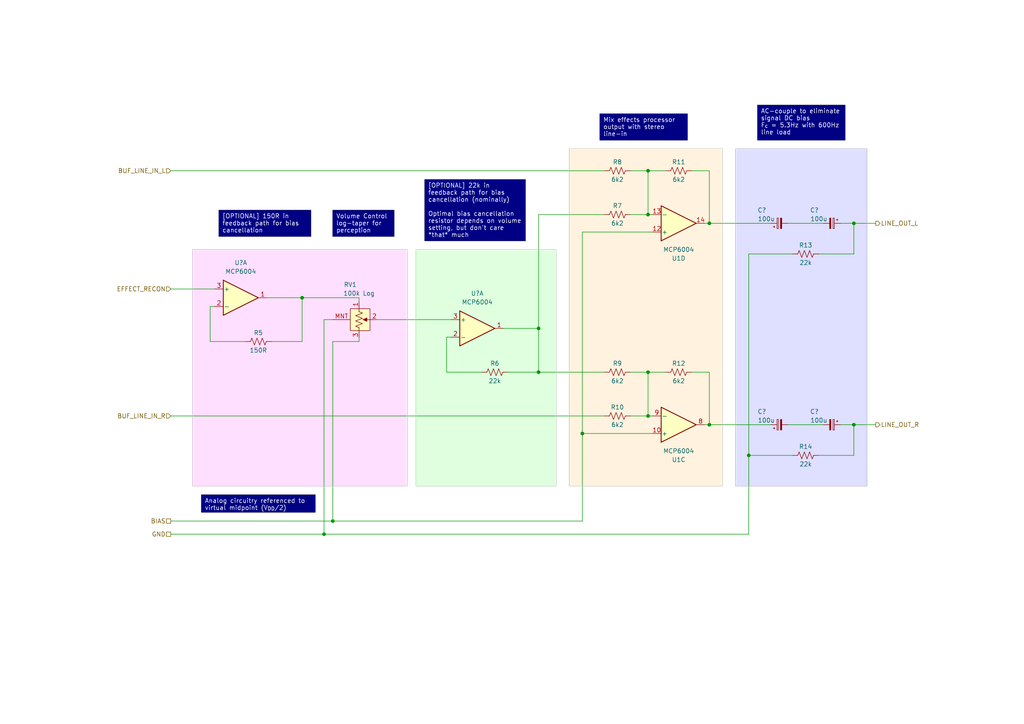
<source format=kicad_sch>
(kicad_sch (version 20230121) (generator eeschema)
  (paper "A4")
  (title_block (title "Digital Audio Effects Processor") (date "2023-11-26") (rev "A") (company "Ishaan Govindarajan"))
  (lib_symbols
    (symbol "Custom-AnalogIC:MCP6004" (pin_names (offset 0.127))
      (property "Reference" "U" (at 0 5.08 0))
      (property "Value" "MCP6004" (at 0 -5.08 0))
      (symbol "MCP6004_1_1"
        (polyline (pts (xy -5.08 5.08) (xy 5.08 0) (xy -5.08 -5.08) (xy -5.08 5.08)) (stroke (width 0.254)) (fill (type background)))
        (pin output line (at 7.62 0 180) (length 2.54) (name "~") (number "1"))
        (pin input line (at -7.62 -2.54 0) (length 2.54) (name "-") (number "2"))
        (pin input line (at -7.62 2.54 0) (length 2.54) (name "+") (number "3"))
      )
      (symbol "MCP6004_2_1"
        (polyline (pts (xy -5.08 5.08) (xy 5.08 0) (xy -5.08 -5.08) (xy -5.08 5.08)) (stroke (width 0.254)) (fill (type background)))
        (pin input line (at -7.62 2.54 0) (length 2.54) (name "+") (number "5"))
        (pin input line (at -7.62 -2.54 0) (length 2.54) (name "-") (number "6"))
        (pin output line (at 7.62 0 180) (length 2.54) (name "~") (number "7"))
      )
      (symbol "MCP6004_3_1"
        (polyline (pts (xy -5.08 5.08) (xy 5.08 0) (xy -5.08 -5.08) (xy -5.08 5.08)) (stroke (width 0.254)) (fill (type background)))
        (pin input line (at -7.62 2.54 0) (length 2.54) (name "+") (number "10"))
        (pin output line (at 7.62 0 180) (length 2.54) (name "~") (number "8"))
        (pin input line (at -7.62 -2.54 0) (length 2.54) (name "-") (number "9"))
      )
      (symbol "MCP6004_4_1"
        (polyline (pts (xy -5.08 5.08) (xy 5.08 0) (xy -5.08 -5.08) (xy -5.08 5.08)) (stroke (width 0.254)) (fill (type background)))
        (pin input line (at -7.62 2.54 0) (length 2.54) (name "+") (number "12"))
        (pin input line (at -7.62 -2.54 0) (length 2.54) (name "-") (number "13"))
        (pin output line (at 7.62 0 180) (length 2.54) (name "~") (number "14"))
      )
      (symbol "MCP6004_5_1"
        (pin power_in line (at -2.54 -7.62 90) (length 3.81) (name "V-") (number "11"))
        (pin power_in line (at -2.54 7.62 270) (length 3.81) (name "V+") (number "4"))
      )
    )
    (symbol "Custom-CapacitorTHT:860020473008" (pin_numbers hide) (pin_names (offset 0.254) hide)
      (property "Reference" "C?" (at 0.254 1.778 0))
      (property "Value" "100u" (at 0.254 -2.032 0))
      (symbol "860020473008_0_1"
        (rectangle (start -1.524 -0.3048) (end 1.524 -0.6858) (fill (type outline)))
        (rectangle (start -1.524 0.6858) (end 1.524 0.3048))
        (polyline (pts (xy -1.27 1.524) (xy -0.762 1.524)))
        (polyline (pts (xy -1.016 1.27) (xy -1.016 1.778)))
      )
      (symbol "860020473008_1_1"
        (pin passive line (at 0 2.54 270) (length 1.8542) (name "~") (number "1"))
        (pin passive line (at 0 -2.54 90) (length 1.8542) (name "~") (number "2"))
      )
    )
    (symbol "Custom-Electromechanical:PTV09A" (pin_names (offset 1.016) hide)
      (property "Reference" "RV" (at 5.08 -2.54 0))
      (property "Value" "100k Log" (at 8.89 3.81 0))
      (symbol "PTV09A_0_1"
        (polyline (pts (xy 0 -2.286) (xy 0 -2.54)))
        (polyline (pts (xy 0 2.54) (xy 0 2.286)))
        (polyline (pts (xy 2.54 0) (xy 1.524 0)))
        (polyline (pts (xy 2.54 0) (xy 3.81 0)))
        (polyline (pts (xy 1.143 0) (xy 2.286 0.508) (xy 2.286 -0.508) (xy 1.143 0)) (fill (type outline)))
        (polyline (pts (xy 0 -0.762) (xy 1.016 -1.143) (xy 0 -1.524) (xy -1.016 -1.905) (xy 0 -2.286)))
        (polyline (pts (xy 0 0.762) (xy 1.016 0.381) (xy 0 0) (xy -1.016 -0.381) (xy 0 -0.762)))
        (polyline (pts (xy 0 2.286) (xy 1.016 1.905) (xy 0 1.524) (xy -1.016 1.143) (xy 0 0.762)))
      )
      (symbol "PTV09A_1_1"
        (rectangle (start -2.54 3.175) (end 3.175 -3.175) (fill (type background)))
        (polyline (pts (xy 0 -2.54) (xy 0 -3.81)))
        (polyline (pts (xy 0 3.81) (xy 0 2.54)))
        (pin passive line (at 0 5.08 270) (length 1.27) (name "1") (number "1"))
        (pin passive line (at 5.08 0 180) (length 1.27) (name "2") (number "2"))
        (pin passive line (at 0 -5.08 90) (length 1.27) (name "3") (number "3"))
        (pin passive line (at -7.62 0 0) (length 5.08) (name "MNT") (number "MNT"))
      )
    )
    (symbol "Custom-ResistorTHT:MFR-25FRF52-150R" (pin_numbers hide) (pin_names (offset 0))
      (property "Reference" "R" (at 2.54 0 90))
      (property "Value" "150R" (at -2.54 0 90))
      (symbol "MFR-25FRF52-150R_0_1"
        (polyline (pts (xy 0 -2.286) (xy 0 -2.54)))
        (polyline (pts (xy 0 2.286) (xy 0 2.54)))
        (polyline (pts (xy 0 -0.762) (xy 1.016 -1.143) (xy 0 -1.524) (xy -1.016 -1.905) (xy 0 -2.286)))
        (polyline (pts (xy 0 0.762) (xy 1.016 0.381) (xy 0 0) (xy -1.016 -0.381) (xy 0 -0.762)))
        (polyline (pts (xy 0 2.286) (xy 1.016 1.905) (xy 0 1.524) (xy -1.016 1.143) (xy 0 0.762)))
      )
      (symbol "MFR-25FRF52-150R_1_1"
        (pin passive line (at 0 3.81 270) (length 1.27) (name "~") (number "1"))
        (pin passive line (at 0 -3.81 90) (length 1.27) (name "~") (number "2"))
      )
    )
    (symbol "Custom-ResistorTHT:MFR-25FRF52-22K" (pin_numbers hide) (pin_names (offset 0))
      (property "Reference" "R" (at 2.54 0 90))
      (property "Value" "22k" (at -2.54 0 90))
      (symbol "MFR-25FRF52-22K_0_1"
        (polyline (pts (xy 0 -2.286) (xy 0 -2.54)))
        (polyline (pts (xy 0 2.286) (xy 0 2.54)))
        (polyline (pts (xy 0 -0.762) (xy 1.016 -1.143) (xy 0 -1.524) (xy -1.016 -1.905) (xy 0 -2.286)))
        (polyline (pts (xy 0 0.762) (xy 1.016 0.381) (xy 0 0) (xy -1.016 -0.381) (xy 0 -0.762)))
        (polyline (pts (xy 0 2.286) (xy 1.016 1.905) (xy 0 1.524) (xy -1.016 1.143) (xy 0 0.762)))
      )
      (symbol "MFR-25FRF52-22K_1_1"
        (pin passive line (at 0 3.81 270) (length 1.27) (name "~") (number "1"))
        (pin passive line (at 0 -3.81 90) (length 1.27) (name "~") (number "2"))
      )
    )
    (symbol "Custom-ResistorTHT:MFR-25FRF52-6K2" (pin_numbers hide) (pin_names (offset 0))
      (property "Reference" "R" (at 2.54 0 90))
      (property "Value" "6k2" (at -2.54 0 90))
      (symbol "MFR-25FRF52-6K2_0_1"
        (polyline (pts (xy 0 -2.286) (xy 0 -2.54)))
        (polyline (pts (xy 0 2.286) (xy 0 2.54)))
        (polyline (pts (xy 0 -0.762) (xy 1.016 -1.143) (xy 0 -1.524) (xy -1.016 -1.905) (xy 0 -2.286)))
        (polyline (pts (xy 0 0.762) (xy 1.016 0.381) (xy 0 0) (xy -1.016 -0.381) (xy 0 -0.762)))
        (polyline (pts (xy 0 2.286) (xy 1.016 1.905) (xy 0 1.524) (xy -1.016 1.143) (xy 0 0.762)))
      )
      (symbol "MFR-25FRF52-6K2_1_1"
        (pin passive line (at 0 3.81 270) (length 1.27) (name "~") (number "1"))
        (pin passive line (at 0 -3.81 90) (length 1.27) (name "~") (number "2"))
      )
    )
  )
  (junction (at 93.98 154.94))
  (junction (at 217.17 132.08))
  (junction (at 168.91 125.73))
  (junction (at 205.74 64.77))
  (junction (at 247.65 123.19))
  (junction (at 187.96 107.95))
  (junction (at 87.63 86.36))
  (junction (at 187.96 120.65))
  (junction (at 187.96 62.23))
  (junction (at 96.52 151.13))
  (junction (at 156.21 107.95))
  (junction (at 156.21 95.25))
  (junction (at 205.74 123.19))
  (junction (at 247.65 64.77))
  (junction (at 187.96 49.53))
  (wire (pts (xy 104.14 99.06) (xy 104.14 97.79)))
  (wire (pts (xy 182.88 120.65) (xy 187.96 120.65)))
  (wire (pts (xy 187.96 107.95) (xy 193.04 107.95)))
  (wire (pts (xy 168.91 151.13) (xy 168.91 125.73)))
  (wire (pts (xy 217.17 132.08) (xy 217.17 154.94)))
  (wire (pts (xy 247.65 132.08) (xy 247.65 123.19)))
  (wire (pts (xy 205.74 64.77) (xy 223.52 64.77)))
  (wire (pts (xy 129.54 107.95) (xy 139.7 107.95)))
  (wire (pts (xy 243.84 123.19) (xy 247.65 123.19)))
  (wire (pts (xy 182.88 62.23) (xy 187.96 62.23)))
  (wire (pts (xy 217.17 132.08) (xy 229.87 132.08)))
  (wire (pts (xy 205.74 49.53) (xy 205.74 64.77)))
  (wire (pts (xy 129.54 97.79) (xy 129.54 107.95)))
  (wire (pts (xy 187.96 62.23) (xy 187.96 49.53)))
  (wire (pts (xy 146.05 95.25) (xy 156.21 95.25)))
  (wire (pts (xy 49.53 83.82) (xy 62.23 83.82)))
  (wire (pts (xy 187.96 62.23) (xy 189.23 62.23)))
  (wire (pts (xy 200.66 107.95) (xy 205.74 107.95)))
  (wire (pts (xy 247.65 64.77) (xy 254 64.77)))
  (wire (pts (xy 217.17 73.66) (xy 217.17 132.08)))
  (wire (pts (xy 87.63 99.06) (xy 78.74 99.06)))
  (wire (pts (xy 60.96 88.9) (xy 60.96 99.06)))
  (wire (pts (xy 130.81 97.79) (xy 129.54 97.79)))
  (wire (pts (xy 49.53 154.94) (xy 93.98 154.94)))
  (wire (pts (xy 204.47 64.77) (xy 205.74 64.77)))
  (wire (pts (xy 96.52 99.06) (xy 104.14 99.06)))
  (wire (pts (xy 187.96 49.53) (xy 193.04 49.53)))
  (wire (pts (xy 49.53 49.53) (xy 175.26 49.53)))
  (wire (pts (xy 104.14 86.36) (xy 104.14 87.63)))
  (wire (pts (xy 77.47 86.36) (xy 87.63 86.36)))
  (wire (pts (xy 204.47 123.19) (xy 205.74 123.19)))
  (wire (pts (xy 60.96 99.06) (xy 71.12 99.06)))
  (wire (pts (xy 200.66 49.53) (xy 205.74 49.53)))
  (wire (pts (xy 156.21 107.95) (xy 175.26 107.95)))
  (wire (pts (xy 109.22 92.71) (xy 130.81 92.71)))
  (wire (pts (xy 247.65 123.19) (xy 254 123.19)))
  (wire (pts (xy 187.96 120.65) (xy 189.23 120.65)))
  (wire (pts (xy 182.88 49.53) (xy 187.96 49.53)))
  (wire (pts (xy 49.53 120.65) (xy 175.26 120.65)))
  (wire (pts (xy 175.26 62.23) (xy 156.21 62.23)))
  (wire (pts (xy 243.84 64.77) (xy 247.65 64.77)))
  (wire (pts (xy 93.98 92.71) (xy 93.98 154.94)))
  (wire (pts (xy 187.96 120.65) (xy 187.96 107.95)))
  (wire (pts (xy 93.98 154.94) (xy 217.17 154.94)))
  (wire (pts (xy 87.63 86.36) (xy 104.14 86.36)))
  (wire (pts (xy 205.74 123.19) (xy 223.52 123.19)))
  (wire (pts (xy 247.65 73.66) (xy 247.65 64.77)))
  (wire (pts (xy 62.23 88.9) (xy 60.96 88.9)))
  (wire (pts (xy 96.52 151.13) (xy 168.91 151.13)))
  (wire (pts (xy 156.21 62.23) (xy 156.21 95.25)))
  (wire (pts (xy 96.52 99.06) (xy 96.52 151.13)))
  (wire (pts (xy 229.87 73.66) (xy 217.17 73.66)))
  (wire (pts (xy 237.49 73.66) (xy 247.65 73.66)))
  (wire (pts (xy 87.63 86.36) (xy 87.63 99.06)))
  (wire (pts (xy 49.53 151.13) (xy 96.52 151.13)))
  (wire (pts (xy 237.49 132.08) (xy 247.65 132.08)))
  (wire (pts (xy 156.21 107.95) (xy 147.32 107.95)))
  (wire (pts (xy 96.52 92.71) (xy 93.98 92.71)))
  (wire (pts (xy 228.6 64.77) (xy 238.76 64.77)))
  (wire (pts (xy 156.21 95.25) (xy 156.21 107.95)))
  (wire (pts (xy 168.91 125.73) (xy 189.23 125.73)))
  (wire (pts (xy 182.88 107.95) (xy 187.96 107.95)))
  (wire (pts (xy 228.6 123.19) (xy 238.76 123.19)))
  (wire (pts (xy 168.91 125.73) (xy 168.91 67.31)))
  (wire (pts (xy 205.74 107.95) (xy 205.74 123.19)))
  (wire (pts (xy 168.91 67.31) (xy 189.23 67.31)))
  (rectangle (start 213.36 43.18) (end 251.46 140.97) (stroke (width 0) (color 175 175 200 1)) (fill (type color) (color 223 223 255 1)))
  (rectangle (start 120.65 72.39) (end 161.29 140.97) (stroke (width 0) (color 175 200 175 1)) (fill (type color) (color 223 255 223 1)))
  (rectangle (start 55.88 72.39) (end 118.11 140.97) (stroke (width 0) (color 200 175 200 1)) (fill (type color) (color 255 223 255 1)))
  (rectangle (start 165.1 43.18) (end 209.55 140.97) (stroke (width 0) (color 200 190 175 1)) (fill (type color) (color 255 242 223 1)))
  (text_box "AC-couple to eliminate signal DC bias\nF_{c} = 5.3Hz with 600Hz line load" (at 219.71 30.48 0) (size 25.4 10.16) (stroke (width 0) (color 0 0 72 1)) (fill (type color) (color 0 0 132 1)) (effects (font (size 1.27 1.27)) (justify left top)))
  (text_box "Volume Control\nlog-taper for perception" (at 96.52 60.96 0) (size 17.78 7.62) (stroke (width 0) (color 0 0 72 1)) (fill (type color) (color 0 0 132 1)) (effects (font (size 1.27 1.27)) (justify left top)))
  (text_box "Analog circuitry referenced to virtual midpoint (V_{DD}/2)" (at 58.42 143.51 0) (size 33.02 5.08) (stroke (width 0) (color 0 0 72 1)) (fill (type color) (color 0 0 132 1)) (effects (font (size 1.27 1.27)) (justify left top)))
  (text_box "[OPTIONAL] 22k in feedback path for bias cancellation (nominally)\n\nOptimal bias cancellation resistor depends on volume setting, but don't care *that* much" (at 123.19 52.07 0) (size 29.21 17.78) (stroke (width 0) (color 0 0 72 1)) (fill (type color) (color 0 0 132 1)) (effects (font (size 1.27 1.27)) (justify left top)))
  (text_box "Mix effects processor output with stereo line-in" (at 173.99 33.02 0) (size 25.4 7.62) (stroke (width 0) (color 0 0 72 1)) (fill (type color) (color 0 0 132 1)) (effects (font (size 1.27 1.27)) (justify left top)))
  (text_box "[OPTIONAL] 150R in feedback path for bias cancellation" (at 63.5 60.96 0) (size 26.67 7.62) (stroke (width 0) (color 0 0 72 1)) (fill (type color) (color 0 0 132 1)) (effects (font (size 1.27 1.27)) (justify left top)))
  (hierarchical_label "BUF_LINE_IN_R" (shape input) (at 49.53 120.65 180))
  (hierarchical_label "LINE_OUT_L" (shape output) (at 254 64.77 0))
  (hierarchical_label "GND" (shape passive) (at 49.53 154.94 180))
  (hierarchical_label "BIAS" (shape passive) (at 49.53 151.13 180))
  (hierarchical_label "EFFECT_RECON" (shape input) (at 49.53 83.82 180))
  (hierarchical_label "LINE_OUT_R" (shape output) (at 254 123.19 0))
  (hierarchical_label "BUF_LINE_IN_L" (shape input) (at 49.53 49.53 180))
  (symbol (lib_id "Custom-ResistorTHT:MFR-25FRF52-22K") (at 143.51 107.95 90) (unit 1)
    (property "Reference" "R6" (at 143.51 105.41 90))
    (property "Value" "22k" (at 143.51 110.49 90))
    (property "Footprint" "Resistor_THT:R_Axial_DIN0207_L6.3mm_D2.5mm_P10.16mm_Horizontal" (effects hide))
    (property "Datasheet" "https://www.yageo.com/upload/media/product/productsearch/datasheet/lr/YAGEO%20MFR_datasheet_2023v3.pdf" (effects hide))
    (property "Manufacturer" "YAGEO" (effects hide))
    (property "Part Number" "MFR-25FRF52-22K" (effects hide))
  )
  (symbol (lib_id "Custom-ResistorTHT:MFR-25FRF52-22K") (at 233.68 132.08 90) (unit 1)
    (property "Reference" "R14" (at 233.68 129.54 90))
    (property "Value" "22k" (at 233.68 134.62 90))
    (property "Footprint" "Resistor_THT:R_Axial_DIN0207_L6.3mm_D2.5mm_P10.16mm_Horizontal" (effects hide))
    (property "Datasheet" "https://www.yageo.com/upload/media/product/productsearch/datasheet/lr/YAGEO%20MFR_datasheet_2023v3.pdf" (effects hide))
    (property "Manufacturer" "YAGEO" (effects hide))
    (property "Part Number" "MFR-25FRF52-22K" (effects hide))
  )
  (symbol (lib_id "Custom-CapacitorTHT:860020473008") (at 226.06 123.19 90) (unit 1)
    (property "Reference" "C?" (at 220.98 119.38 90))
    (property "Value" "100u" (at 222.25 121.92 90))
    (property "Footprint" "Custom-RLC:CP_Radial_D6.3mm_H12.5_P2.50mm" (effects hide))
    (property "Datasheet" "https://www.we-online.com/components/products/datasheet/860020473008.pdf" (effects hide))
    (property "Manufacturer" "Würth Elektronik" (effects hide))
    (property "Part Number" "860020473008" (effects hide))
    (instances (project "Amplifier Hardware R1" (path "" (reference "C?") (unit 1)) (path "" (reference "C6") (unit 1))))
  )
  (symbol (lib_id "Custom-ResistorTHT:MFR-25FRF52-22K") (at 233.68 73.66 90) (unit 1)
    (property "Reference" "R13" (at 233.68 71.12 90))
    (property "Value" "22k" (at 233.68 76.2 90))
    (property "Footprint" "Resistor_THT:R_Axial_DIN0207_L6.3mm_D2.5mm_P10.16mm_Horizontal" (effects hide))
    (property "Datasheet" "https://www.yageo.com/upload/media/product/productsearch/datasheet/lr/YAGEO%20MFR_datasheet_2023v3.pdf" (effects hide))
    (property "Manufacturer" "YAGEO" (effects hide))
    (property "Part Number" "MFR-25FRF52-22K" (effects hide))
  )
  (symbol (lib_id "Custom-ResistorTHT:MFR-25FRF52-6K2") (at 196.85 107.95 90) (unit 1)
    (property "Reference" "R12" (at 196.85 105.41 90))
    (property "Value" "6k2" (at 196.85 110.49 90))
    (property "Footprint" "Resistor_THT:R_Axial_DIN0207_L6.3mm_D2.5mm_P10.16mm_Horizontal" (effects hide))
    (property "Datasheet" "https://www.yageo.com/upload/media/product/productsearch/datasheet/lr/YAGEO%20MFR_datasheet_2023v3.pdf" (effects hide))
    (property "Manufacturer" "YAGEO" (effects hide))
    (property "Part Number" "MFR-25FRF52-6K2" (effects hide))
  )
  (symbol (lib_id "Custom-Electromechanical:PTV09A") (at 104.14 92.71 0) (unit 1)
    (property "Reference" "RV1" (at 101.6 82.55 0))
    (property "Value" "100k Log" (at 104.14 85.09 0))
    (property "Footprint" "Custom-Electromechanical:Potentiometer_Bourns_PTV09A-1_Single_Vertical" (effects hide))
    (property "Datasheet" "https://www.bourns.com/docs/Product-Datasheets/PTV09.pdf" (effects hide))
    (property "Manufacturer" "Bourns Inc." (effects hide))
    (property "Part Number" "PTV09A-4030F-A104" (effects hide))
  )
  (symbol (lib_id "Custom-AnalogIC:MCP6004") (at 196.85 64.77 0) (mirror x) (unit 4)
    (property "Reference" "U1" (at 196.85 74.93 0))
    (property "Value" "MCP6004" (at 196.85 72.39 0))
    (property "Footprint" "Custom-IC:DIP-14_W7.62mm_Socket_LongPads_IC" (effects hide))
    (property "Datasheet" "https://ww1.microchip.com/downloads/en/DeviceDoc/MCP6001-1R-1U-2-4-1-MHz-Low-Power-Op-Amp-DS20001733L.pdf" (effects hide))
    (property "Manufacturer" "Microchip Technology" (effects hide))
    (property "Part Number" "MCP6004-I/P" (effects hide))
  )
  (symbol (lib_id "Custom-ResistorTHT:MFR-25FRF52-6K2") (at 179.07 49.53 90) (unit 1)
    (property "Reference" "R8" (at 179.07 46.99 90))
    (property "Value" "6k2" (at 179.07 52.07 90))
    (property "Footprint" "Resistor_THT:R_Axial_DIN0207_L6.3mm_D2.5mm_P10.16mm_Horizontal" (effects hide))
    (property "Datasheet" "https://www.yageo.com/upload/media/product/productsearch/datasheet/lr/YAGEO%20MFR_datasheet_2023v3.pdf" (effects hide))
    (property "Manufacturer" "YAGEO" (effects hide))
    (property "Part Number" "MFR-25FRF52-6K2" (effects hide))
  )
  (symbol (lib_id "Custom-CapacitorTHT:860020473008") (at 241.3 64.77 270) (unit 1)
    (property "Reference" "C?" (at 236.22 60.96 90))
    (property "Value" "100u" (at 237.49 63.5 90))
    (property "Footprint" "Custom-RLC:CP_Radial_D6.3mm_H12.5_P2.50mm" (effects hide))
    (property "Datasheet" "https://www.we-online.com/components/products/datasheet/860020473008.pdf" (effects hide))
    (property "Manufacturer" "Würth Elektronik" (effects hide))
    (property "Part Number" "860020473008" (effects hide))
    (instances (project "Amplifier Hardware R1" (path "" (reference "C?") (unit 1)) (path "" (reference "C7") (unit 1))))
  )
  (symbol (lib_id "Custom-ResistorTHT:MFR-25FRF52-6K2") (at 179.07 62.23 90) (unit 1)
    (property "Reference" "R7" (at 179.07 59.69 90))
    (property "Value" "6k2" (at 179.07 64.77 90))
    (property "Footprint" "Resistor_THT:R_Axial_DIN0207_L6.3mm_D2.5mm_P10.16mm_Horizontal" (effects hide))
    (property "Datasheet" "https://www.yageo.com/upload/media/product/productsearch/datasheet/lr/YAGEO%20MFR_datasheet_2023v3.pdf" (effects hide))
    (property "Manufacturer" "YAGEO" (effects hide))
    (property "Part Number" "MFR-25FRF52-6K2" (effects hide))
  )
  (symbol (lib_id "Custom-CapacitorTHT:860020473008") (at 226.06 64.77 90) (unit 1)
    (property "Reference" "C?" (at 220.98 60.96 90))
    (property "Value" "100u" (at 222.25 63.5 90))
    (property "Footprint" "Custom-RLC:CP_Radial_D6.3mm_H12.5_P2.50mm" (effects hide))
    (property "Datasheet" "https://www.we-online.com/components/products/datasheet/860020473008.pdf" (effects hide))
    (property "Manufacturer" "Würth Elektronik" (effects hide))
    (property "Part Number" "860020473008" (effects hide))
    (instances (project "Amplifier Hardware R1" (path "" (reference "C?") (unit 1)) (path "" (reference "C5") (unit 1))))
  )
  (symbol (lib_id "Custom-CapacitorTHT:860020473008") (at 241.3 123.19 270) (unit 1)
    (property "Reference" "C?" (at 236.22 119.38 90))
    (property "Value" "100u" (at 237.49 121.92 90))
    (property "Footprint" "Custom-RLC:CP_Radial_D6.3mm_H12.5_P2.50mm" (effects hide))
    (property "Datasheet" "https://www.we-online.com/components/products/datasheet/860020473008.pdf" (effects hide))
    (property "Manufacturer" "Würth Elektronik" (effects hide))
    (property "Part Number" "860020473008" (effects hide))
    (instances (project "Amplifier Hardware R1" (path "" (reference "C?") (unit 1)) (path "" (reference "C8") (unit 1))))
  )
  (symbol (lib_id "Custom-AnalogIC:MCP6004") (at 138.43 95.25 0) (unit 1)
    (property "Reference" "U?" (at 138.43 85.09 0))
    (property "Value" "MCP6004" (at 138.43 87.63 0))
    (property "Footprint" "Custom-IC:DIP-14_W7.62mm_Socket_LongPads_IC" (effects hide))
    (property "Datasheet" "https://ww1.microchip.com/downloads/en/DeviceDoc/MCP6001-1R-1U-2-4-1-MHz-Low-Power-Op-Amp-DS20001733L.pdf" (effects hide))
    (property "Manufacturer" "Microchip Technology" (effects hide))
    (property "Part Number" "MCP6004-I/P" (effects hide))
    (instances (project "Amplifier Hardware R1" (path "" (reference "U?") (unit 1)) (path "" (reference "U2") (unit 3))))
  )
  (symbol (lib_id "Custom-ResistorTHT:MFR-25FRF52-6K2") (at 179.07 107.95 90) (unit 1)
    (property "Reference" "R9" (at 179.07 105.41 90))
    (property "Value" "6k2" (at 179.07 110.49 90))
    (property "Footprint" "Resistor_THT:R_Axial_DIN0207_L6.3mm_D2.5mm_P10.16mm_Horizontal" (effects hide))
    (property "Datasheet" "https://www.yageo.com/upload/media/product/productsearch/datasheet/lr/YAGEO%20MFR_datasheet_2023v3.pdf" (effects hide))
    (property "Manufacturer" "YAGEO" (effects hide))
    (property "Part Number" "MFR-25FRF52-6K2" (effects hide))
  )
  (symbol (lib_id "Custom-ResistorTHT:MFR-25FRF52-6K2") (at 179.07 120.65 90) (unit 1)
    (property "Reference" "R10" (at 179.07 118.11 90))
    (property "Value" "6k2" (at 179.07 123.19 90))
    (property "Footprint" "Resistor_THT:R_Axial_DIN0207_L6.3mm_D2.5mm_P10.16mm_Horizontal" (effects hide))
    (property "Datasheet" "https://www.yageo.com/upload/media/product/productsearch/datasheet/lr/YAGEO%20MFR_datasheet_2023v3.pdf" (effects hide))
    (property "Manufacturer" "YAGEO" (effects hide))
    (property "Part Number" "MFR-25FRF52-6K2" (effects hide))
  )
  (symbol (lib_id "Custom-AnalogIC:MCP6004") (at 196.85 123.19 0) (mirror x) (unit 3)
    (property "Reference" "U1" (at 196.85 133.35 0))
    (property "Value" "MCP6004" (at 196.85 130.81 0))
    (property "Footprint" "Custom-IC:DIP-14_W7.62mm_Socket_LongPads_IC" (effects hide))
    (property "Datasheet" "https://ww1.microchip.com/downloads/en/DeviceDoc/MCP6001-1R-1U-2-4-1-MHz-Low-Power-Op-Amp-DS20001733L.pdf" (effects hide))
    (property "Manufacturer" "Microchip Technology" (effects hide))
    (property "Part Number" "MCP6004-I/P" (effects hide))
  )
  (symbol (lib_id "Custom-AnalogIC:MCP6004") (at 69.85 86.36 0) (unit 1)
    (property "Reference" "U?" (at 69.85 76.2 0))
    (property "Value" "MCP6004" (at 69.85 78.74 0))
    (property "Footprint" "Custom-IC:DIP-14_W7.62mm_Socket_LongPads_IC" (effects hide))
    (property "Datasheet" "https://ww1.microchip.com/downloads/en/DeviceDoc/MCP6001-1R-1U-2-4-1-MHz-Low-Power-Op-Amp-DS20001733L.pdf" (effects hide))
    (property "Manufacturer" "Microchip Technology" (effects hide))
    (property "Part Number" "MCP6004-I/P" (effects hide))
    (instances (project "Amplifier Hardware R1" (path "" (reference "U?") (unit 1)) (path "" (reference "U2") (unit 2))))
  )
  (symbol (lib_id "Custom-ResistorTHT:MFR-25FRF52-6K2") (at 196.85 49.53 90) (unit 1)
    (property "Reference" "R11" (at 196.85 46.99 90))
    (property "Value" "6k2" (at 196.85 52.07 90))
    (property "Footprint" "Resistor_THT:R_Axial_DIN0207_L6.3mm_D2.5mm_P10.16mm_Horizontal" (effects hide))
    (property "Datasheet" "https://www.yageo.com/upload/media/product/productsearch/datasheet/lr/YAGEO%20MFR_datasheet_2023v3.pdf" (effects hide))
    (property "Manufacturer" "YAGEO" (effects hide))
    (property "Part Number" "MFR-25FRF52-6K2" (effects hide))
  )
  (symbol (lib_id "Custom-ResistorTHT:MFR-25FRF52-150R") (at 74.93 99.06 90) (unit 1)
    (property "Reference" "R5" (at 74.93 96.52 90))
    (property "Value" "150R" (at 74.93 101.6 90))
    (property "Footprint" "Resistor_THT:R_Axial_DIN0207_L6.3mm_D2.5mm_P10.16mm_Horizontal" (effects hide))
    (property "Datasheet" "https://www.yageo.com/upload/media/product/productsearch/datasheet/lr/YAGEO%20MFR_datasheet_2023v3.pdf" (effects hide))
    (property "Manufacturer" "YAGEO" (effects hide))
    (property "Part Number" "MFR-25FRF52-150R" (effects hide))
  )
)
</source>
